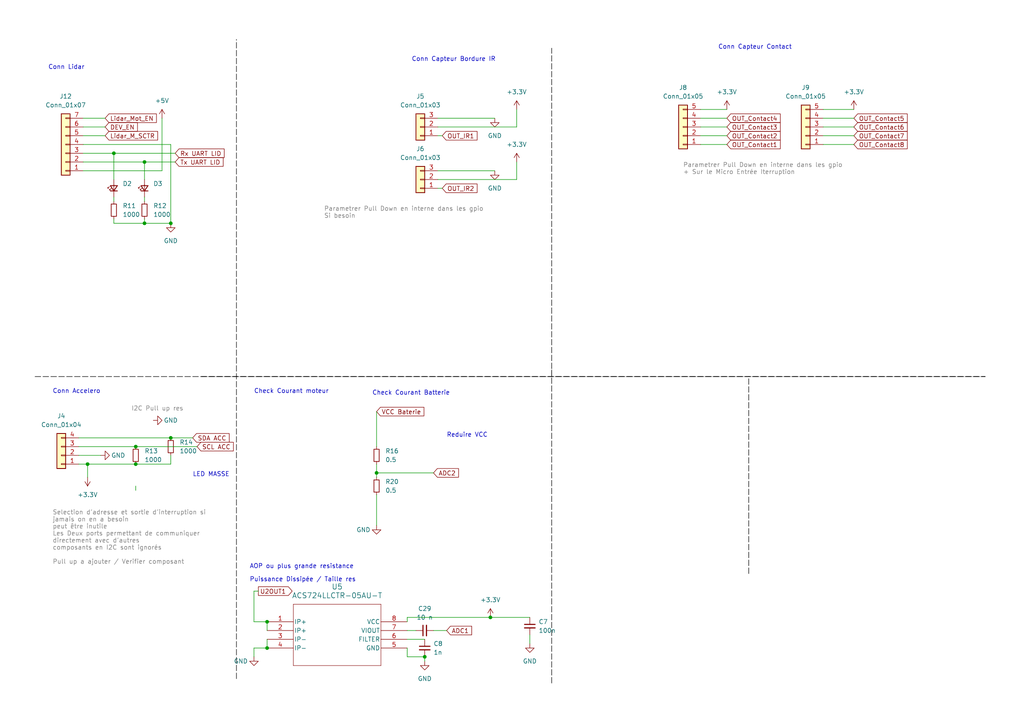
<source format=kicad_sch>
(kicad_sch (version 20230121) (generator eeschema)
  (paper "A4")
  (lib_symbols
    (symbol "2023-10-25_14-23-12:ACS724LLCTR-05AU-T" (pin_names (offset 0.254))
      (property "Reference" "U" (at 20.32 10.16 0))
      (property "Value" "ACS724LLCTR-05AU-T" (at 20.32 7.62 0))
      (symbol "ACS724LLCTR-05AU-T_0_1"
        (polyline (pts (xy 7.62 -12.7) (xy 33.02 -12.7)) (stroke (width 0.127)))
        (polyline (pts (xy 7.62 5.08) (xy 7.62 -12.7)) (stroke (width 0.127)))
        (polyline (pts (xy 33.02 -12.7) (xy 33.02 5.08)) (stroke (width 0.127)))
        (polyline (pts (xy 33.02 5.08) (xy 7.62 5.08)) (stroke (width 0.127)))
        (pin unspecified line (at 0 0 0) (length 7.62) (name "IP+") (number "1"))
        (pin unspecified line (at 0 -2.54 0) (length 7.62) (name "IP+") (number "2"))
        (pin unspecified line (at 0 -5.08 0) (length 7.62) (name "IP-") (number "3"))
        (pin unspecified line (at 0 -7.62 0) (length 7.62) (name "IP-") (number "4"))
        (pin power_out line (at 40.64 -7.62 180) (length 7.62) (name "GND") (number "5"))
        (pin unspecified line (at 40.64 -5.08 180) (length 7.62) (name "FILTER") (number "6"))
        (pin output line (at 40.64 -2.54 180) (length 7.62) (name "VIOUT") (number "7"))
        (pin power_in line (at 40.64 0 180) (length 7.62) (name "VCC") (number "8"))
      )
    )
    (symbol "Connector_Generic:Conn_01x03" (pin_names (offset 1.016) hide)
      (property "Reference" "J" (at 0 5.08 0))
      (property "Value" "Conn_01x03" (at 0 -5.08 0))
      (symbol "Conn_01x03_1_1"
        (rectangle (start -1.27 -2.413) (end 0 -2.667) (stroke (width 0.1524)))
        (rectangle (start -1.27 0.127) (end 0 -0.127) (stroke (width 0.1524)))
        (rectangle (start -1.27 2.667) (end 0 2.413) (stroke (width 0.1524)))
        (rectangle (start -1.27 3.81) (end 1.27 -3.81) (stroke (width 0.254)) (fill (type background)))
        (pin passive line (at -5.08 2.54 0) (length 3.81) (name "Pin_1") (number "1"))
        (pin passive line (at -5.08 0 0) (length 3.81) (name "Pin_2") (number "2"))
        (pin passive line (at -5.08 -2.54 0) (length 3.81) (name "Pin_3") (number "3"))
      )
    )
    (symbol "Connector_Generic:Conn_01x04" (pin_names (offset 1.016) hide)
      (property "Reference" "J" (at 0 5.08 0))
      (property "Value" "Conn_01x04" (at 0 -7.62 0))
      (symbol "Conn_01x04_1_1"
        (rectangle (start -1.27 -4.953) (end 0 -5.207) (stroke (width 0.1524)))
        (rectangle (start -1.27 -2.413) (end 0 -2.667) (stroke (width 0.1524)))
        (rectangle (start -1.27 0.127) (end 0 -0.127) (stroke (width 0.1524)))
        (rectangle (start -1.27 2.667) (end 0 2.413) (stroke (width 0.1524)))
        (rectangle (start -1.27 3.81) (end 1.27 -6.35) (stroke (width 0.254)) (fill (type background)))
        (pin passive line (at -5.08 2.54 0) (length 3.81) (name "Pin_1") (number "1"))
        (pin passive line (at -5.08 0 0) (length 3.81) (name "Pin_2") (number "2"))
        (pin passive line (at -5.08 -2.54 0) (length 3.81) (name "Pin_3") (number "3"))
        (pin passive line (at -5.08 -5.08 0) (length 3.81) (name "Pin_4") (number "4"))
      )
    )
    (symbol "Connector_Generic:Conn_01x05" (pin_names (offset 1.016) hide)
      (property "Reference" "J" (at 0 7.62 0))
      (property "Value" "Conn_01x05" (at 0 -7.62 0))
      (symbol "Conn_01x05_1_1"
        (rectangle (start -1.27 -4.953) (end 0 -5.207) (stroke (width 0.1524)))
        (rectangle (start -1.27 -2.413) (end 0 -2.667) (stroke (width 0.1524)))
        (rectangle (start -1.27 0.127) (end 0 -0.127) (stroke (width 0.1524)))
        (rectangle (start -1.27 2.667) (end 0 2.413) (stroke (width 0.1524)))
        (rectangle (start -1.27 5.207) (end 0 4.953) (stroke (width 0.1524)))
        (rectangle (start -1.27 6.35) (end 1.27 -6.35) (stroke (width 0.254)) (fill (type background)))
        (pin passive line (at -5.08 5.08 0) (length 3.81) (name "Pin_1") (number "1"))
        (pin passive line (at -5.08 2.54 0) (length 3.81) (name "Pin_2") (number "2"))
        (pin passive line (at -5.08 0 0) (length 3.81) (name "Pin_3") (number "3"))
        (pin passive line (at -5.08 -2.54 0) (length 3.81) (name "Pin_4") (number "4"))
        (pin passive line (at -5.08 -5.08 0) (length 3.81) (name "Pin_5") (number "5"))
      )
    )
    (symbol "Connector_Generic:Conn_01x07" (pin_names (offset 1.016) hide)
      (property "Reference" "J" (at 0 10.16 0))
      (property "Value" "Conn_01x07" (at 0 -10.16 0))
      (symbol "Conn_01x07_1_1"
        (rectangle (start -1.27 -7.493) (end 0 -7.747) (stroke (width 0.1524)))
        (rectangle (start -1.27 -4.953) (end 0 -5.207) (stroke (width 0.1524)))
        (rectangle (start -1.27 -2.413) (end 0 -2.667) (stroke (width 0.1524)))
        (rectangle (start -1.27 0.127) (end 0 -0.127) (stroke (width 0.1524)))
        (rectangle (start -1.27 2.667) (end 0 2.413) (stroke (width 0.1524)))
        (rectangle (start -1.27 5.207) (end 0 4.953) (stroke (width 0.1524)))
        (rectangle (start -1.27 7.747) (end 0 7.493) (stroke (width 0.1524)))
        (rectangle (start -1.27 8.89) (end 1.27 -8.89) (stroke (width 0.254)) (fill (type background)))
        (pin passive line (at -5.08 7.62 0) (length 3.81) (name "Pin_1") (number "1"))
        (pin passive line (at -5.08 5.08 0) (length 3.81) (name "Pin_2") (number "2"))
        (pin passive line (at -5.08 2.54 0) (length 3.81) (name "Pin_3") (number "3"))
        (pin passive line (at -5.08 0 0) (length 3.81) (name "Pin_4") (number "4"))
        (pin passive line (at -5.08 -2.54 0) (length 3.81) (name "Pin_5") (number "5"))
        (pin passive line (at -5.08 -5.08 0) (length 3.81) (name "Pin_6") (number "6"))
        (pin passive line (at -5.08 -7.62 0) (length 3.81) (name "Pin_7") (number "7"))
      )
    )
    (symbol "Device:C_Small" (pin_numbers hide) (pin_names (offset 0.254) hide)
      (property "Reference" "C" (at 0.254 1.778 0))
      (property "Value" "C_Small" (at 0.254 -2.032 0))
      (symbol "C_Small_0_1"
        (polyline (pts (xy -1.524 -0.508) (xy 1.524 -0.508)) (stroke (width 0.3302)))
        (polyline (pts (xy -1.524 0.508) (xy 1.524 0.508)) (stroke (width 0.3048)))
      )
      (symbol "C_Small_1_1"
        (pin passive line (at 0 2.54 270) (length 2.032) (name "~") (number "1"))
        (pin passive line (at 0 -2.54 90) (length 2.032) (name "~") (number "2"))
      )
    )
    (symbol "Device:LED_Small" (pin_numbers hide) (pin_names (offset 0.254) hide)
      (property "Reference" "D" (at -1.27 3.175 0))
      (property "Value" "LED_Small" (at -4.445 -2.54 0))
      (symbol "LED_Small_0_1"
        (polyline (pts (xy -0.762 -1.016) (xy -0.762 1.016)) (stroke (width 0.254)))
        (polyline (pts (xy 1.016 0) (xy -0.762 0)))
        (polyline (pts (xy 0.762 -1.016) (xy -0.762 0) (xy 0.762 1.016) (xy 0.762 -1.016)) (stroke (width 0.254)))
        (polyline (pts (xy 0 0.762) (xy -0.508 1.27) (xy -0.254 1.27) (xy -0.508 1.27) (xy -0.508 1.016)))
        (polyline (pts (xy 0.508 1.27) (xy 0 1.778) (xy 0.254 1.778) (xy 0 1.778) (xy 0 1.524)))
      )
      (symbol "LED_Small_1_1"
        (pin passive line (at -2.54 0 0) (length 1.778) (name "K") (number "1"))
        (pin passive line (at 2.54 0 180) (length 1.778) (name "A") (number "2"))
      )
    )
    (symbol "Device:R_Small" (pin_numbers hide) (pin_names (offset 0.254) hide)
      (property "Reference" "R" (at 0.762 0.508 0))
      (property "Value" "R_Small" (at 0.762 -1.016 0))
      (symbol "R_Small_0_1"
        (rectangle (start -0.762 1.778) (end 0.762 -1.778) (stroke (width 0.2032)))
      )
      (symbol "R_Small_1_1"
        (pin passive line (at 0 2.54 270) (length 0.762) (name "~") (number "1"))
        (pin passive line (at 0 -2.54 90) (length 0.762) (name "~") (number "2"))
      )
    )
    (symbol "power:+3.3V" (power) (pin_names (offset 0))
      (property "Value" "+3.3V" (at 0 3.556 0))
      (symbol "+3.3V_0_1"
        (polyline (pts (xy -0.762 1.27) (xy 0 2.54)))
        (polyline (pts (xy 0 0) (xy 0 2.54)))
        (polyline (pts (xy 0 2.54) (xy 0.762 1.27)))
      )
      (symbol "+3.3V_1_1"
        (pin power_in line (at 0 0 90) (length 0) hide (name "+3.3V") (number "1"))
      )
    )
    (symbol "power:+5V" (power) (pin_names (offset 0))
      (property "Value" "+5V" (at 0 3.556 0))
      (symbol "+5V_0_1"
        (polyline (pts (xy -0.762 1.27) (xy 0 2.54)))
        (polyline (pts (xy 0 0) (xy 0 2.54)))
        (polyline (pts (xy 0 2.54) (xy 0.762 1.27)))
      )
      (symbol "+5V_1_1"
        (pin power_in line (at 0 0 90) (length 0) hide (name "+5V") (number "1"))
      )
    )
    (symbol "power:GND" (power) (pin_names (offset 0))
      (property "Value" "GND" (at 0 -3.81 0))
      (symbol "GND_0_1"
        (polyline (pts (xy 0 0) (xy 0 -1.27) (xy 1.27 -1.27) (xy 0 -2.54) (xy -1.27 -1.27) (xy 0 -1.27)))
      )
      (symbol "GND_1_1"
        (pin power_in line (at 0 0 270) (length 0) hide (name "GND") (number "1"))
      )
    )
  )
  (junction (at 41.91 64.77))
  (junction (at 77.47 180.34))
  (junction (at 109.22 137.16))
  (junction (at 39.37 129.54))
  (junction (at 49.53 64.77))
  (junction (at 41.91 46.99))
  (junction (at 33.02 44.45))
  (junction (at 77.47 187.96))
  (junction (at 49.53 127))
  (junction (at 142.24 179.07))
  (junction (at 123.19 190.5))
  (junction (at 39.37 134.62))
  (junction (at 25.4 134.62))
  (wire (pts (xy 127 34.29) (xy 143.51 34.29)))
  (wire (pts (xy 41.91 57.15) (xy 41.91 58.42)))
  (wire (pts (xy 127 36.83) (xy 149.86 36.83)))
  (wire (pts (xy 22.86 132.08) (xy 29.21 132.08)))
  (polyline (pts (xy 58.42 109.22) (xy 285.75 109.22)) (stroke (width 0) (type dash) (color 0 0 0 1)))
  (wire (pts (xy -12.7 129.54) (xy -12.7 127)))
  (wire (pts (xy 118.11 182.88) (xy 120.65 182.88)))
  (wire (pts (xy 153.67 179.07) (xy 142.24 179.07)))
  (wire (pts (xy 203.2 36.83) (xy 210.82 36.83)))
  (polyline (pts (xy 160.02 109.22) (xy 160.02 13.97)) (stroke (width 0) (type dash) (color 0 0 0 1)))
  (wire (pts (xy 203.2 39.37) (xy 210.82 39.37)))
  (wire (pts (xy 123.19 190.5) (xy 123.19 191.77)))
  (wire (pts (xy 73.66 190.5) (xy 73.66 187.96)))
  (wire (pts (xy -19.05 127) (xy -15.24 127)))
  (wire (pts (xy 24.13 36.83) (xy 30.48 36.83)))
  (wire (pts (xy 109.22 143.51) (xy 109.22 152.4)))
  (wire (pts (xy 24.13 44.45) (xy 33.02 44.45)))
  (wire (pts (xy 24.13 49.53) (xy 46.99 49.53)))
  (wire (pts (xy 33.02 63.5) (xy 33.02 64.77)))
  (wire (pts (xy 77.47 185.42) (xy 77.47 187.96)))
  (wire (pts (xy 149.86 31.75) (xy 149.86 36.83)))
  (wire (pts (xy 22.86 129.54) (xy 39.37 129.54)))
  (wire (pts (xy 109.22 137.16) (xy 109.22 138.43)))
  (polyline (pts (xy 10.16 109.22) (xy 285.75 109.22)) (stroke (width 0) (type dash) (color 0 0 0 1)))
  (wire (pts (xy 24.13 41.91) (xy 49.53 41.91)))
  (wire (pts (xy 49.53 41.91) (xy 49.53 64.77)))
  (wire (pts (xy 127 49.53) (xy 143.51 49.53)))
  (wire (pts (xy 238.76 36.83) (xy 247.65 36.83)))
  (wire (pts (xy 73.66 187.96) (xy 77.47 187.96)))
  (wire (pts (xy 109.22 137.16) (xy 125.73 137.16)))
  (wire (pts (xy 25.4 134.62) (xy 25.4 138.43)))
  (wire (pts (xy 153.67 184.15) (xy 153.67 186.69)))
  (wire (pts (xy 125.73 182.88) (xy 129.54 182.88)))
  (wire (pts (xy 49.53 127) (xy 55.88 127)))
  (wire (pts (xy 238.76 41.91) (xy 247.65 41.91)))
  (wire (pts (xy 33.02 64.77) (xy 41.91 64.77)))
  (wire (pts (xy 127 52.07) (xy 149.86 52.07)))
  (wire (pts (xy 238.76 39.37) (xy 247.65 39.37)))
  (wire (pts (xy 49.53 132.08) (xy 49.53 134.62)))
  (wire (pts (xy 39.37 129.54) (xy 57.15 129.54)))
  (wire (pts (xy 203.2 31.75) (xy 210.82 31.75)))
  (wire (pts (xy 238.76 34.29) (xy 247.65 34.29)))
  (wire (pts (xy 203.2 34.29) (xy 210.82 34.29)))
  (wire (pts (xy 49.53 134.62) (xy 39.37 134.62)))
  (wire (pts (xy 238.76 31.75) (xy 247.65 31.75)))
  (wire (pts (xy 118.11 179.07) (xy 142.24 179.07)))
  (wire (pts (xy 77.47 180.34) (xy 73.66 180.34)))
  (wire (pts (xy 41.91 64.77) (xy 49.53 64.77)))
  (wire (pts (xy 33.02 44.45) (xy 33.02 52.07)))
  (wire (pts (xy 39.37 142.24) (xy 39.37 140.97)))
  (wire (pts (xy 33.02 57.15) (xy 33.02 58.42)))
  (wire (pts (xy 46.99 34.29) (xy 46.99 49.53)))
  (wire (pts (xy 118.11 187.96) (xy 118.11 190.5)))
  (wire (pts (xy -12.7 121.92) (xy -12.7 120.65)))
  (wire (pts (xy 33.02 44.45) (xy 50.8 44.45)))
  (wire (pts (xy -30.48 120.65) (xy -12.7 120.65)))
  (wire (pts (xy 41.91 46.99) (xy 41.91 52.07)))
  (polyline (pts (xy 160.02 198.12) (xy 160.02 106.68)) (stroke (width 0) (type dash) (color 0 0 0 1)))
  (wire (pts (xy 73.66 171.45) (xy 73.66 180.34)))
  (wire (pts (xy -12.7 129.54) (xy -10.16 129.54)))
  (wire (pts (xy 22.86 134.62) (xy 25.4 134.62)))
  (wire (pts (xy -26.67 127) (xy -24.13 127)))
  (wire (pts (xy 41.91 46.99) (xy 50.8 46.99)))
  (wire (pts (xy 203.2 41.91) (xy 210.82 41.91)))
  (wire (pts (xy 109.22 134.62) (xy 109.22 137.16)))
  (wire (pts (xy 24.13 34.29) (xy 30.48 34.29)))
  (wire (pts (xy 73.66 171.45) (xy 74.93 171.45)))
  (wire (pts (xy 109.22 119.38) (xy 109.22 129.54)))
  (wire (pts (xy 118.11 185.42) (xy 123.19 185.42)))
  (wire (pts (xy 22.86 127) (xy 49.53 127)))
  (wire (pts (xy 127 39.37) (xy 128.27 39.37)))
  (wire (pts (xy 118.11 190.5) (xy 123.19 190.5)))
  (wire (pts (xy 77.47 180.34) (xy 77.47 182.88)))
  (wire (pts (xy 24.13 46.99) (xy 41.91 46.99)))
  (wire (pts (xy 25.4 134.62) (xy 39.37 134.62)))
  (wire (pts (xy -30.48 120.65) (xy -30.48 118.11)))
  (polyline (pts (xy 217.17 166.37) (xy 217.17 109.22)) (stroke (width 0) (type dash) (color 0 0 0 1)))
  (wire (pts (xy 118.11 179.07) (xy 118.11 180.34)))
  (wire (pts (xy 127 54.61) (xy 128.27 54.61)))
  (wire (pts (xy 41.91 63.5) (xy 41.91 64.77)))
  (wire (pts (xy 24.13 39.37) (xy 30.48 39.37)))
  (wire (pts (xy 149.86 46.99) (xy 149.86 52.07)))
  (polyline (pts (xy 68.58 196.85) (xy 68.58 11.43)) (stroke (width 0) (type dash) (color 0 0 0 1)))
  (text "Reduire VCC" (at 129.54 127 0) (effects (font (size 1.27 1.27)) (justify left bottom)))
  (text "Check Courant moteur\n" (at 73.66 114.3 0) (effects (font (size 1.27 1.27)) (justify left bottom)))
  (text "Parametrer Pull Down en interne dans les gpio\n+ Sur le Micro Entrée Iterruption" (at 198.12 50.8 0) (effects (font (size 1.27 1.27)) (justify left bottom)))
  (text "Check Courant Batterie\n\n" (at 107.95 116.84 0) (effects (font (size 1.27 1.27)) (justify left bottom)))
  (text "AOP ou plus grande resistance\n" (at 72.39 165.1 0) (effects (font (size 1.27 1.27)) (justify left bottom)))
  (text "Puissance Dissipée / Taille res" (at 72.39 168.91 0) (effects (font (size 1.27 1.27)) (justify left bottom)))
  (text "Conn Lidar" (at 13.97 20.32 0) (effects (font (size 1.27 1.27)) (justify left bottom)))
  (text "Conn Accelero\n" (at 15.24 114.3 0) (effects (font (size 1.27 1.27)) (justify left bottom)))
  (text "Conn Capteur Contact \n\n" (at 208.28 16.51 0) (effects (font (size 1.27 1.27)) (justify left bottom)))
  (text "Parametrer Pull Down en interne dans les gpio\nSi besoin" (at 93.98 63.5 0) (effects (font (size 1.27 1.27)) (justify left bottom)))
  (text "I2C Pull up res" (at 38.1 119.38 0) (effects (font (size 1.27 1.27)) (justify left bottom)))
  (text "Selection d'adresse et sortie d'interruption si \njamais on en a besoin\npeut être inutile \nLes Deux ports permettant de communiquer \ndirectement avec d'autres \ncomposants en I2C sont ignorés\n\nPull up a ajouter / Verifier composant\n" (at 15.24 163.83 0) (effects (font (size 1.27 1.27)) (justify left bottom)))
  (text "LED MASSE\n" (at 55.88 138.43 0) (effects (font (size 1.27 1.27)) (justify left bottom)))
  (text "Conn Capteur Bordure IR\n\n\n\n" (at 119.38 24.13 0) (effects (font (size 1.27 1.27)) (justify left bottom)))
  (global_label "Rx UART LID" (shape input) (at 50.8 44.45 0) (property "Intersheetrefs" "${INTERSHEET_REFS}" (effects hide)))
  (global_label "OUT_Contact6" (shape input) (at 247.65 36.83 0) (property "Intersheetrefs" "${INTERSHEET_REFS}" (effects hide)))
  (global_label "DEV_EN" (shape input) (at 30.48 36.83 0) (property "Intersheetrefs" "${INTERSHEET_REFS}" (effects hide)))
  (global_label "SDA ACC" (shape input) (at 55.88 127 0) (property "Intersheetrefs" "${INTERSHEET_REFS}" (effects hide)))
  (global_label "U2OUT1" (shape output) (at 74.93 171.45 0) (property "Intersheetrefs" "${INTERSHEET_REFS}" (effects hide)))
  (global_label "ADC2" (shape input) (at 125.73 137.16 0) (property "Intersheetrefs" "${INTERSHEET_REFS}" (effects hide)))
  (global_label "OUT_Contact1" (shape input) (at 210.82 41.91 0) (property "Intersheetrefs" "${INTERSHEET_REFS}" (effects hide)))
  (global_label "OUT_Contact8" (shape input) (at 247.65 41.91 0) (property "Intersheetrefs" "${INTERSHEET_REFS}" (effects hide)))
  (global_label "OUT_IR2" (shape input) (at 128.27 54.61 0) (property "Intersheetrefs" "${INTERSHEET_REFS}" (effects hide)))
  (global_label "OUT_Contact4" (shape input) (at 210.82 34.29 0) (property "Intersheetrefs" "${INTERSHEET_REFS}" (effects hide)))
  (global_label "OUT_Contact3" (shape input) (at 210.82 36.83 0) (property "Intersheetrefs" "${INTERSHEET_REFS}" (effects hide)))
  (global_label "VCC Baterie" (shape input) (at 109.22 119.38 0) (property "Intersheetrefs" "${INTERSHEET_REFS}" (effects hide)))
  (global_label "OUT_Contact2" (shape input) (at 210.82 39.37 0) (property "Intersheetrefs" "${INTERSHEET_REFS}" (effects hide)))
  (global_label "OUT_Contact5" (shape input) (at 247.65 34.29 0) (property "Intersheetrefs" "${INTERSHEET_REFS}" (effects hide)))
  (global_label "Tx UART LID" (shape input) (at 50.8 46.99 0) (property "Intersheetrefs" "${INTERSHEET_REFS}" (effects hide)))
  (global_label "Lidar_Mot_EN" (shape input) (at 30.48 34.29 0) (property "Intersheetrefs" "${INTERSHEET_REFS}" (effects hide)))
  (global_label "Lidar_M_SCTR" (shape input) (at 30.48 39.37 0) (property "Intersheetrefs" "${INTERSHEET_REFS}" (effects hide)))
  (global_label "SCL ACC" (shape input) (at 57.15 129.54 0) (property "Intersheetrefs" "${INTERSHEET_REFS}" (effects hide)))
  (global_label "OUT_Contact7" (shape input) (at 247.65 39.37 0) (property "Intersheetrefs" "${INTERSHEET_REFS}" (effects hide)))
  (global_label "ADC1" (shape input) (at 129.54 182.88 0) (property "Intersheetrefs" "${INTERSHEET_REFS}" (effects hide)))
  (global_label "OUT_IR1" (shape input) (at 128.27 39.37 0) (property "Intersheetrefs" "${INTERSHEET_REFS}" (effects hide)))
  (symbol (lib_id "power:+3.3V") (at 149.86 31.75 0) (unit 1)
    (property "Reference" "#PWR039" (effects hide))
    (property "Value" "+3.3V" (at 149.86 26.67 0))
    (instances (project "Alimentation" (path "" (reference "#PWR039") (unit 1))) (project "Projet Chat - Capteurs" (path "" (reference "#PWR?") (unit 1))))
  )
  (symbol (lib_id "power:+3.3V") (at 142.24 179.07 0) (unit 1)
    (property "Reference" "#PWR053" (effects hide))
    (property "Value" "+3.3V" (at 142.24 173.99 0))
    (instances (project "Alimentation" (path "" (reference "#PWR053") (unit 1))) (project "Projet Chat - Capteurs" (path "" (reference "#PWR?") (unit 1))))
  )
  (symbol (lib_id "power:GND") (at 49.53 64.77 0) (unit 1)
    (property "Reference" "#PWR034" (effects hide))
    (property "Value" "GND" (at 49.53 69.85 0))
    (instances (project "Alimentation" (path "" (reference "#PWR034") (unit 1))) (project "Projet Chat - Capteurs" (path "" (reference "#PWR?") (unit 1))))
  )
  (symbol (lib_id "power:GND") (at 109.22 152.4 0) (unit 1)
    (property "Reference" "#PWR036" (effects hide))
    (property "Value" "GND" (at 105.41 153.67 0))
    (instances (project "Alimentation" (path "" (reference "#PWR036") (unit 1))) (project "Projet Chat - Capteurs" (path "" (reference "#PWR?") (unit 1))))
  )
  (symbol (lib_id "power:GND") (at 153.67 186.69 0) (unit 1)
    (property "Reference" "#PWR054" (effects hide))
    (property "Value" "GND" (at 153.67 191.77 0))
  )
  (symbol (lib_id "power:GND") (at -5.08 129.54 0) (unit 1)
    (property "Reference" "#PWR015" (effects hide))
    (property "Value" "GND" (at -8.89 130.81 0))
    (instances (project "Alimentation" (path "" (reference "#PWR015") (unit 1))) (project "Projet Chat - Capteurs" (path "" (reference "#PWR?") (unit 1))))
  )
  (symbol (lib_id "power:GND") (at 143.51 34.29 0) (unit 1)
    (property "Reference" "#PWR037" (effects hide))
    (property "Value" "GND" (at 143.51 39.37 0))
    (instances (project "Alimentation" (path "" (reference "#PWR037") (unit 1))) (project "Projet Chat - Capteurs" (path "" (reference "#PWR?") (unit 1))))
  )
  (symbol (lib_id "Device:LED_Small") (at 33.02 54.61 90) (unit 1)
    (property "Reference" "D2" (at 35.56 53.2765 90) (effects (justify right)))
    (property "Value" "LED_Small" (effects hide))
    (property "Footprint" "LED_SMD:LED_0603_1608Metric_Pad1.05x0.95mm_HandSolder" (effects hide))
    (instances (project "Alimentation" (path "" (reference "D2") (unit 1))) (project "Projet Chat - Capteurs" (path "" (reference "D?") (unit 1))))
  )
  (symbol (lib_id "2023-10-25_14-23-12:ACS724LLCTR-05AU-T") (at 77.47 180.34 0) (unit 1)
    (property "Reference" "U5" (at 97.79 170.18 0) (effects (font (size 1.524 1.524))))
    (property "Value" "ACS724LLCTR-05AU-T" (at 97.79 172.72 0) (effects (font (size 1.524 1.524))))
    (property "Footprint" "8P-SOIC_ALM" (effects hide))
    (property "Datasheet" "ACS724LLCTR-05AU-T" (effects hide))
  )
  (symbol (lib_id "Connector_Generic:Conn_01x05") (at 233.68 36.83 180) (unit 1)
    (property "Reference" "J9" (at 233.68 25.4 0))
    (property "Value" "Conn_01x05" (at 233.68 27.94 0))
    (property "Footprint" "Connector_JST:JST_XH_S5B-XH-A_1x05_P2.50mm_Horizontal" (effects hide))
    (instances (project "Alimentation" (path "" (reference "J9") (unit 1))) (project "Projet Chat - Capteurs" (path "" (reference "J?") (unit 1))))
  )
  (symbol (lib_id "Device:C_Small") (at 153.67 181.61 0) (unit 1)
    (property "Reference" "C7" (at 156.21 180.3463 0) (effects (justify left)))
    (property "Value" "100n" (at 156.21 182.8863 0) (effects (justify left)))
    (property "Footprint" "Capacitor_SMD:C_0603_1608Metric_Pad1.08x0.95mm_HandSolder" (effects hide))
  )
  (symbol (lib_id "Device:C_Small") (at 123.19 187.96 0) (unit 1)
    (property "Reference" "C8" (at 125.73 186.6963 0) (effects (justify left)))
    (property "Value" "1n" (at 125.73 189.2363 0) (effects (justify left)))
    (property "Footprint" "Capacitor_SMD:C_0603_1608Metric_Pad1.08x0.95mm_HandSolder" (effects hide))
  )
  (symbol (lib_id "power:+5V") (at 46.99 34.29 0) (unit 1)
    (property "Reference" "#PWR033" (effects hide))
    (property "Value" "+5V" (at 46.99 29.21 0))
    (instances (project "Alimentation" (path "" (reference "#PWR033") (unit 1))) (project "Projet Chat - Capteurs" (path "" (reference "#PWR?") (unit 1))))
  )
  (symbol (lib_id "Device:R_Small") (at 109.22 132.08 0) (unit 1)
    (property "Reference" "R16" (at 111.76 130.81 0) (effects (justify left)))
    (property "Value" "0.5" (at 111.76 133.35 0) (effects (justify left)))
    (property "Footprint" "Resistor_SMD:R_0603_1608Metric_Pad0.98x0.95mm_HandSolder" (effects hide))
    (instances (project "Alimentation" (path "" (reference "R16") (unit 1))) (project "Projet Chat - Capteurs" (path "" (reference "R?") (unit 1))))
  )
  (symbol (lib_id "Device:R_Small") (at 39.37 132.08 0) (unit 1)
    (property "Reference" "R13" (at 41.91 130.81 0) (effects (justify left)))
    (property "Value" "1000" (at 41.91 133.35 0) (effects (justify left)))
    (property "Footprint" "Resistor_SMD:R_0603_1608Metric_Pad0.98x0.95mm_HandSolder" (effects hide))
    (instances (project "Alimentation" (path "" (reference "R13") (unit 1))) (project "Projet Chat - Capteurs" (path "" (reference "R?") (unit 1))))
  )
  (symbol (lib_id "power:GND") (at 44.45 121.92 90) (unit 1)
    (property "Reference" "#PWR052" (effects hide))
    (property "Value" "GND" (at 49.53 121.92 90))
    (instances (project "Alimentation" (path "" (reference "#PWR052") (unit 1))) (project "Projet Chat - Capteurs" (path "" (reference "#PWR?") (unit 1))))
  )
  (symbol (lib_id "power:GND") (at 29.21 132.08 90) (unit 1)
    (property "Reference" "#PWR032" (effects hide))
    (property "Value" "GND" (at 34.29 132.08 90))
    (instances (project "Alimentation" (path "" (reference "#PWR032") (unit 1))) (project "Projet Chat - Capteurs" (path "" (reference "#PWR?") (unit 1))))
  )
  (symbol (lib_id "power:+3.3V") (at 149.86 46.99 0) (unit 1)
    (property "Reference" "#PWR040" (effects hide))
    (property "Value" "+3.3V" (at 149.86 41.91 0))
    (instances (project "Alimentation" (path "" (reference "#PWR040") (unit 1))) (project "Projet Chat - Capteurs" (path "" (reference "#PWR?") (unit 1))))
  )
  (symbol (lib_id "power:GND") (at 73.66 190.5 0) (unit 1)
    (property "Reference" "#PWR035" (effects hide))
    (property "Value" "GND" (at 69.85 191.77 0))
    (instances (project "Alimentation" (path "" (reference "#PWR035") (unit 1))) (project "Projet Chat - Capteurs" (path "" (reference "#PWR?") (unit 1))))
  )
  (symbol (lib_id "Device:R_Small") (at 41.91 60.96 0) (unit 1)
    (property "Reference" "R12" (at 44.45 59.69 0) (effects (justify left)))
    (property "Value" "1000" (at 44.45 62.23 0) (effects (justify left)))
    (property "Footprint" "Resistor_SMD:R_0603_1608Metric_Pad0.98x0.95mm_HandSolder" (effects hide))
    (instances (project "Alimentation" (path "" (reference "R12") (unit 1))) (project "Projet Chat - Capteurs" (path "" (reference "R?") (unit 1))))
  )
  (symbol (lib_id "power:GND") (at 123.19 191.77 0) (unit 1)
    (property "Reference" "#PWR055" (effects hide))
    (property "Value" "GND" (at 123.19 196.85 0))
  )
  (symbol (lib_id "Device:LED_Small") (at 41.91 54.61 90) (unit 1)
    (property "Reference" "D3" (at 44.45 53.2765 90) (effects (justify right)))
    (property "Value" "LED_Small" (effects hide))
    (property "Footprint" "LED_SMD:LED_0603_1608Metric_Pad1.05x0.95mm_HandSolder" (effects hide))
    (instances (project "Alimentation" (path "" (reference "D3") (unit 1))) (project "Projet Chat - Capteurs" (path "" (reference "D?") (unit 1))))
  )
  (symbol (lib_id "Connector_Generic:Conn_01x03") (at 121.92 36.83 180) (unit 1)
    (property "Reference" "J5" (at 121.92 27.94 0))
    (property "Value" "Conn_01x03" (at 121.92 30.48 0))
    (property "Footprint" "Connector_JST:JST_XH_S3B-XH-A_1x03_P2.50mm_Horizontal" (effects hide))
    (instances (project "Alimentation" (path "" (reference "J5") (unit 1))) (project "Projet Chat - Capteurs" (path "" (reference "J?") (unit 1))))
  )
  (symbol (lib_id "power:GND") (at -15.24 127 0) (unit 1)
    (property "Reference" "#PWR012" (effects hide))
    (property "Value" "GND" (at -17.78 125.73 0))
    (instances (project "Alimentation" (path "" (reference "#PWR012") (unit 1))) (project "Projet Chat - Capteurs" (path "" (reference "#PWR?") (unit 1))))
  )
  (symbol (lib_id "Device:C_Small") (at 123.19 182.88 90) (unit 1)
    (property "Reference" "C29" (at 123.1963 176.53 90))
    (property "Value" "10 n" (at 123.1963 179.07 90))
    (property "Footprint" "Capacitor_SMD:C_0603_1608Metric_Pad1.08x0.95mm_HandSolder" (effects hide))
  )
  (symbol (lib_id "Connector_Generic:Conn_01x07") (at 19.05 41.91 180) (unit 1)
    (property "Reference" "J12" (at 19.05 27.94 0))
    (property "Value" "Conn_01x07" (at 19.05 30.48 0))
    (property "Footprint" "Connector_JST:JST_XH_S7B-XH-A_1x07_P2.50mm_Horizontal" (effects hide))
  )
  (symbol (lib_id "Connector_Generic:Conn_01x04") (at 17.78 132.08 180) (unit 1)
    (property "Reference" "J4" (at 17.78 120.65 0))
    (property "Value" "Conn_01x04" (at 17.78 123.19 0))
    (property "Footprint" "Connector_JST:JST_EH_S4B-EH_1x04_P2.50mm_Horizontal" (effects hide))
  )
  (symbol (lib_id "Connector_Generic:Conn_01x03") (at 121.92 52.07 180) (unit 1)
    (property "Reference" "J6" (at 121.92 43.18 0))
    (property "Value" "Conn_01x03" (at 121.92 45.72 0))
    (property "Footprint" "Connector_JST:JST_XH_S3B-XH-A_1x03_P2.50mm_Horizontal" (effects hide))
    (instances (project "Alimentation" (path "" (reference "J6") (unit 1))) (project "Projet Chat - Capteurs" (path "" (reference "J?") (unit 1))))
  )
  (symbol (lib_id "Connector_Generic:Conn_01x05") (at 198.12 36.83 180) (unit 1)
    (property "Reference" "J8" (at 198.12 25.4 0))
    (property "Value" "Conn_01x05" (at 198.12 27.94 0))
    (property "Footprint" "Connector_JST:JST_XH_S5B-XH-A_1x05_P2.50mm_Horizontal" (effects hide))
    (instances (project "Alimentation" (path "" (reference "J8") (unit 1))) (project "Projet Chat - Capteurs" (path "" (reference "J?") (unit 1))))
  )
  (symbol (lib_id "Device:R_Small") (at 109.22 140.97 0) (unit 1)
    (property "Reference" "R20" (at 111.76 139.7 0) (effects (justify left)))
    (property "Value" "0.5" (at 111.76 142.24 0) (effects (justify left)))
    (property "Footprint" "Resistor_SMD:R_0603_1608Metric_Pad0.98x0.95mm_HandSolder" (effects hide))
    (instances (project "Alimentation" (path "" (reference "R20") (unit 1))) (project "Projet Chat - Capteurs" (path "" (reference "R?") (unit 1))))
  )
  (symbol (lib_id "Device:R_Small") (at 33.02 60.96 0) (unit 1)
    (property "Reference" "R11" (at 35.56 59.69 0) (effects (justify left)))
    (property "Value" "1000" (at 35.56 62.23 0) (effects (justify left)))
    (property "Footprint" "Resistor_SMD:R_0603_1608Metric_Pad0.98x0.95mm_HandSolder" (effects hide))
    (instances (project "Alimentation" (path "" (reference "R11") (unit 1))) (project "Projet Chat - Capteurs" (path "" (reference "R?") (unit 1))))
  )
  (symbol (lib_id "power:+3.3V") (at 210.82 31.75 0) (unit 1)
    (property "Reference" "#PWR042" (effects hide))
    (property "Value" "+3.3V" (at 210.82 26.67 0))
    (instances (project "Alimentation" (path "" (reference "#PWR042") (unit 1))) (project "Projet Chat - Capteurs" (path "" (reference "#PWR?") (unit 1))))
  )
  (symbol (lib_id "power:GND") (at 143.51 49.53 0) (unit 1)
    (property "Reference" "#PWR038" (effects hide))
    (property "Value" "GND" (at 143.51 54.61 0))
    (instances (project "Alimentation" (path "" (reference "#PWR038") (unit 1))) (project "Projet Chat - Capteurs" (path "" (reference "#PWR?") (unit 1))))
  )
  (symbol (lib_id "power:+3.3V") (at 247.65 31.75 0) (unit 1)
    (property "Reference" "#PWR043" (effects hide))
    (property "Value" "+3.3V" (at 247.65 26.67 0))
    (instances (project "Alimentation" (path "" (reference "#PWR043") (unit 1))) (project "Projet Chat - Capteurs" (path "" (reference "#PWR?") (unit 1))))
  )
  (symbol (lib_id "Device:R_Small") (at 49.53 129.54 0) (unit 1)
    (property "Reference" "R14" (at 52.07 128.27 0) (effects (justify left)))
    (property "Value" "1000" (at 52.07 130.81 0) (effects (justify left)))
    (property "Footprint" "Resistor_SMD:R_0603_1608Metric_Pad0.98x0.95mm_HandSolder" (effects hide))
    (instances (project "Alimentation" (path "" (reference "R14") (unit 1))) (project "Projet Chat - Capteurs" (path "" (reference "R?") (unit 1))))
  )
  (symbol (lib_id "power:+3.3V") (at 25.4 138.43 180) (unit 1)
    (property "Reference" "#PWR031" (effects hide))
    (property "Value" "+3.3V" (at 25.4 143.51 0))
    (instances (project "Alimentation" (path "" (reference "#PWR031") (unit 1))) (project "Projet Chat - Capteurs" (path "" (reference "#PWR?") (unit 1))))
  )
)
</source>
